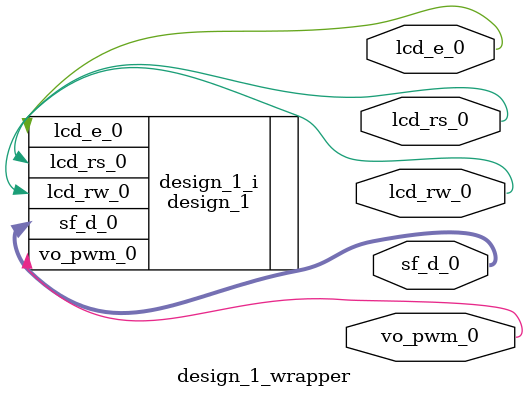
<source format=v>
`timescale 1 ps / 1 ps

module design_1_wrapper
   (lcd_e_0,
    lcd_rs_0,
    lcd_rw_0,
    sf_d_0,
    vo_pwm_0);
  output lcd_e_0;
  output lcd_rs_0;
  output lcd_rw_0;
  output [11:8]sf_d_0;
  output vo_pwm_0;

  wire lcd_e_0;
  wire lcd_rs_0;
  wire lcd_rw_0;
  wire [11:8]sf_d_0;
  wire vo_pwm_0;

  design_1 design_1_i
       (.lcd_e_0(lcd_e_0),
        .lcd_rs_0(lcd_rs_0),
        .lcd_rw_0(lcd_rw_0),
        .sf_d_0(sf_d_0),
        .vo_pwm_0(vo_pwm_0));
endmodule

</source>
